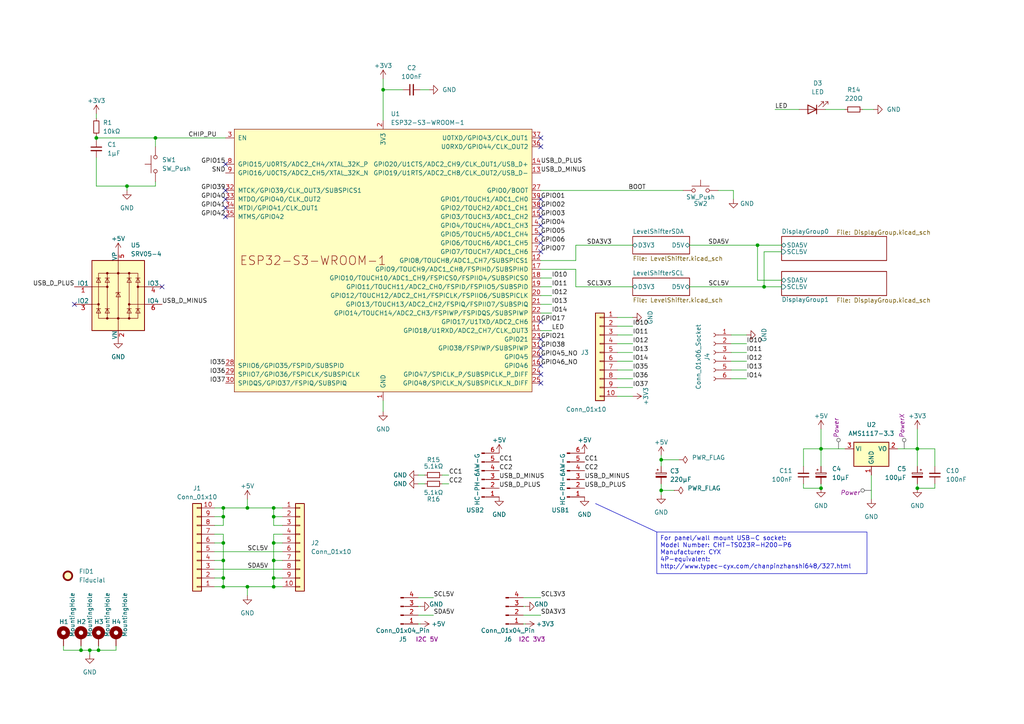
<source format=kicad_sch>
(kicad_sch (version 20230121) (generator eeschema)
  (paper "A4")
  (lib_symbols
    (symbol "74xGxx:74LVC2G14"
      (property "Reference" "U" (at 0 7.62 0))
      (property "Value" "74LVC2G14" (at 2.54 -7.62 0))
      (symbol "74LVC2G14_1_1"
        (pin input line (at -15.24 0 0) (length 7.62) (name "~") (number "1"))
        (pin output inverted (at 12.7 0 180) (length 7.62) (name "~") (number "6"))
      )
      (symbol "74LVC2G14_2_1"
        (pin input line (at -15.24 0 0) (length 7.62) (name "~") (number "3"))
        (pin output inverted (at 12.7 0 180) (length 7.62) (name "~") (number "4"))
      )
      (symbol "74LVC2G14_3_1"
        (pin power_in line (at 0 -10.16 90) (length 5.08) (name "GND") (number "2"))
        (pin power_in line (at 0 10.16 270) (length 5.08) (name "VCC") (number "5"))
      )
    )
    (symbol "Connector:Conn_01x04_Pin" (pin_names (offset 1.016) hide)
      (property "Reference" "J" (at 0 5.08 0))
      (property "Value" "Conn_01x04_Pin" (at 0 -7.62 0))
      (symbol "Conn_01x04_Pin_1_1"
        (pin passive line (at 5.08 2.54 180) (length 3.81) (name "Pin_1") (number "1"))
        (pin passive line (at 5.08 0 180) (length 3.81) (name "Pin_2") (number "2"))
        (pin passive line (at 5.08 -2.54 180) (length 3.81) (name "Pin_3") (number "3"))
        (pin passive line (at 5.08 -5.08 180) (length 3.81) (name "Pin_4") (number "4"))
      )
    )
    (symbol "Connector:Conn_01x06_Pin" (pin_names (offset 1.016) hide)
      (property "Reference" "J" (at 0 7.62 0))
      (property "Value" "Conn_01x06_Pin" (at 0 -10.16 0))
      (symbol "Conn_01x06_Pin_1_1"
        (pin passive line (at 5.08 5.08 180) (length 3.81) (name "Pin_1") (number "1"))
        (pin passive line (at 5.08 2.54 180) (length 3.81) (name "Pin_2") (number "2"))
        (pin passive line (at 5.08 0 180) (length 3.81) (name "Pin_3") (number "3"))
        (pin passive line (at 5.08 -2.54 180) (length 3.81) (name "Pin_4") (number "4"))
        (pin passive line (at 5.08 -5.08 180) (length 3.81) (name "Pin_5") (number "5"))
        (pin passive line (at 5.08 -7.62 180) (length 3.81) (name "Pin_6") (number "6"))
      )
    )
    (symbol "Connector:Conn_01x06_Socket" (pin_names (offset 1.016) hide)
      (property "Reference" "J" (at 0 7.62 0))
      (property "Value" "Conn_01x06_Socket" (at 0 -10.16 0))
      (symbol "Conn_01x06_Socket_1_1"
        (pin passive line (at -5.08 5.08 0) (length 3.81) (name "Pin_1") (number "1"))
        (pin passive line (at -5.08 2.54 0) (length 3.81) (name "Pin_2") (number "2"))
        (pin passive line (at -5.08 0 0) (length 3.81) (name "Pin_3") (number "3"))
        (pin passive line (at -5.08 -2.54 0) (length 3.81) (name "Pin_4") (number "4"))
        (pin passive line (at -5.08 -5.08 0) (length 3.81) (name "Pin_5") (number "5"))
        (pin passive line (at -5.08 -7.62 0) (length 3.81) (name "Pin_6") (number "6"))
      )
    )
    (symbol "Connector_Generic:Conn_01x10" (pin_names (offset 1.016) hide)
      (property "Reference" "J" (at 0 12.7 0))
      (property "Value" "Conn_01x10" (at 0 -15.24 0))
      (symbol "Conn_01x10_1_1"
        (pin passive line (at -5.08 10.16 0) (length 3.81) (name "Pin_1") (number "1"))
        (pin passive line (at -5.08 -12.7 0) (length 3.81) (name "Pin_10") (number "10"))
        (pin passive line (at -5.08 7.62 0) (length 3.81) (name "Pin_2") (number "2"))
        (pin passive line (at -5.08 5.08 0) (length 3.81) (name "Pin_3") (number "3"))
        (pin passive line (at -5.08 2.54 0) (length 3.81) (name "Pin_4") (number "4"))
        (pin passive line (at -5.08 0 0) (length 3.81) (name "Pin_5") (number "5"))
        (pin passive line (at -5.08 -2.54 0) (length 3.81) (name "Pin_6") (number "6"))
        (pin passive line (at -5.08 -5.08 0) (length 3.81) (name "Pin_7") (number "7"))
        (pin passive line (at -5.08 -7.62 0) (length 3.81) (name "Pin_8") (number "8"))
        (pin passive line (at -5.08 -10.16 0) (length 3.81) (name "Pin_9") (number "9"))
      )
    )
    (symbol "Device:Buzzer" (pin_names (offset 0.0254) hide)
      (property "Reference" "BZ" (at 3.81 1.27 0))
      (property "Value" "Buzzer" (at 3.81 -1.27 0))
      (symbol "Buzzer_1_1"
        (pin passive line (at -2.54 2.54 0) (length 2.54) (name "-") (number "1"))
        (pin passive line (at -2.54 -2.54 0) (length 2.54) (name "+") (number "2"))
      )
    )
    (symbol "Device:C_Polarized_Small" (pin_numbers hide) (pin_names (offset 0.254) hide)
      (property "Reference" "C" (at 0.254 1.778 0))
      (property "Value" "C_Polarized_Small" (at 0.254 -2.032 0))
      (symbol "C_Polarized_Small_1_1"
        (pin passive line (at 0 2.54 270) (length 1.8542) (name "~") (number "1"))
        (pin passive line (at 0 -2.54 90) (length 1.8542) (name "~") (number "2"))
      )
    )
    (symbol "Device:C_Small" (pin_numbers hide) (pin_names (offset 0.254) hide)
      (property "Reference" "C" (at 0.254 1.778 0))
      (property "Value" "C_Small" (at 0.254 -2.032 0))
      (symbol "C_Small_1_1"
        (pin passive line (at 0 2.54 270) (length 2.032) (name "~") (number "1"))
        (pin passive line (at 0 -2.54 90) (length 2.032) (name "~") (number "2"))
      )
    )
    (symbol "Device:LED" (pin_numbers hide) (pin_names (offset 1.016) hide)
      (property "Reference" "D" (at 0 2.54 0))
      (property "Value" "LED" (at 0 -2.54 0))
      (symbol "LED_1_1"
        (pin passive line (at -3.81 0 0) (length 2.54) (name "K") (number "1"))
        (pin passive line (at 3.81 0 180) (length 2.54) (name "A") (number "2"))
      )
    )
    (symbol "Device:R_Small" (pin_numbers hide) (pin_names (offset 0.254) hide)
      (property "Reference" "R" (at 0.762 0.508 0))
      (property "Value" "R_Small" (at 0.762 -1.016 0))
      (symbol "R_Small_1_1"
        (pin passive line (at 0 2.54 270) (length 0.762) (name "~") (number "1"))
        (pin passive line (at 0 -2.54 90) (length 0.762) (name "~") (number "2"))
      )
    )
    (symbol "Mechanical:Fiducial"
      (property "Reference" "FID" (at 0 5.08 0))
      (property "Value" "Fiducial" (at 0 3.175 0))
    )
    (symbol "Mechanical:MountingHole_Pad" (pin_numbers hide) (pin_names (offset 1.016) hide)
      (property "Reference" "H" (at 0 6.35 0))
      (property "Value" "MountingHole_Pad" (at 0 4.445 0))
      (symbol "MountingHole_Pad_1_1"
        (pin input line (at 0 -2.54 90) (length 2.54) (name "1") (number "1"))
      )
    )
    (symbol "PCM_Espressif:ESP32-S3-WROOM-1" (pin_names (offset 1.016))
      (property "Reference" "U" (at -43.18 43.18 0))
      (property "Value" "ESP32-S3-WROOM-1" (at -43.18 40.64 0))
      (symbol "ESP32-S3-WROOM-1_0_0"
        (text "ESP32-S3-WROOM-1" (at -20.32 0 0) (effects (font (size 2.54 2.54))))
        (pin power_in line (at 0 -40.64 90) (length 2.54) (name "GND") (number "1"))
        (pin bidirectional line (at 45.72 -17.78 180) (length 2.54) (name "GPIO17/U1TXD/ADC2_CH6") (number "10"))
        (pin bidirectional line (at 45.72 -20.32 180) (length 2.54) (name "GPIO18/U1RXD/ADC2_CH7/CLK_OUT3") (number "11"))
        (pin bidirectional line (at 45.72 0 180) (length 2.54) (name "GPIO8/TOUCH8/ADC1_CH7/SUBSPICS1") (number "12"))
        (pin bidirectional line (at 45.72 25.4 180) (length 2.54) (name "GPIO19/U1RTS/ADC2_CH8/CLK_OUT2/USB_D-") (number "13"))
        (pin bidirectional line (at 45.72 27.94 180) (length 2.54) (name "GPIO20/U1CTS/ADC2_CH9/CLK_OUT1/USB_D+") (number "14"))
        (pin bidirectional line (at 45.72 12.7 180) (length 2.54) (name "GPIO3/TOUCH3/ADC1_CH2") (number "15"))
        (pin bidirectional line (at 45.72 -30.48 180) (length 2.54) (name "GPIO46") (number "16"))
        (pin bidirectional line (at 45.72 -2.54 180) (length 2.54) (name "GPIO9/TOUCH9/ADC1_CH8/FSPIHD/SUBSPIHD") (number "17"))
        (pin bidirectional line (at 45.72 -5.08 180) (length 2.54) (name "GPIO10/TOUCH10/ADC1_CH9/FSPICS0/FSPIIO4/SUBSPICS0") (number "18"))
        (pin bidirectional line (at 45.72 -7.62 180) (length 2.54) (name "GPIO11/TOUCH11/ADC2_CH0/FSPID/FSPIIO5/SUBSPID") (number "19"))
        (pin power_in line (at 0 40.64 270) (length 2.54) (name "3V3") (number "2"))
        (pin bidirectional line (at 45.72 -10.16 180) (length 2.54) (name "GPIO12/TOUCH12/ADC2_CH1/FSPICLK/FSPIIO6/SUBSPICLK") (number "20"))
        (pin bidirectional line (at 45.72 -12.7 180) (length 2.54) (name "GPIO13/TOUCH13/ADC2_CH2/FSPIQ/FSPIIO7/SUBSPIQ") (number "21"))
        (pin bidirectional line (at 45.72 -15.24 180) (length 2.54) (name "GPIO14/TOUCH14/ADC2_CH3/FSPIWP/FSPIDQS/SUBSPIWP") (number "22"))
        (pin bidirectional line (at 45.72 -22.86 180) (length 2.54) (name "GPIO21") (number "23"))
        (pin bidirectional line (at 45.72 -33.02 180) (length 2.54) (name "GPIO47/SPICLK_P/SUBSPICLK_P_DIFF") (number "24"))
        (pin bidirectional line (at 45.72 -35.56 180) (length 2.54) (name "GPIO48/SPICLK_N/SUBSPICLK_N_DIFF") (number "25"))
        (pin bidirectional line (at 45.72 -27.94 180) (length 2.54) (name "GPIO45") (number "26"))
        (pin bidirectional line (at 45.72 20.32 180) (length 2.54) (name "GPIO0/BOOT") (number "27"))
        (pin bidirectional line (at -45.72 -30.48 0) (length 2.54) (name "SPIIO6/GPIO35/FSPID/SUBSPID") (number "28"))
        (pin bidirectional line (at -45.72 -33.02 0) (length 2.54) (name "SPIIO7/GPIO36/FSPICLK/SUBSPICLK") (number "29"))
        (pin input line (at -45.72 35.56 0) (length 2.54) (name "EN") (number "3"))
        (pin bidirectional line (at -45.72 -35.56 0) (length 2.54) (name "SPIDQS/GPIO37/FSPIQ/SUBSPIQ") (number "30"))
        (pin bidirectional line (at 45.72 -25.4 180) (length 2.54) (name "GPIO38/FSPIWP/SUBSPIWP") (number "31"))
        (pin bidirectional line (at -45.72 20.32 0) (length 2.54) (name "MTCK/GPIO39/CLK_OUT3/SUBSPICS1") (number "32"))
        (pin bidirectional line (at -45.72 17.78 0) (length 2.54) (name "MTDO/GPIO40/CLK_OUT2") (number "33"))
        (pin bidirectional line (at -45.72 15.24 0) (length 2.54) (name "MTDI/GPIO41/CLK_OUT1") (number "34"))
        (pin bidirectional line (at -45.72 12.7 0) (length 2.54) (name "MTMS/GPIO42") (number "35"))
        (pin bidirectional line (at 45.72 33.02 180) (length 2.54) (name "U0RXD/GPIO44/CLK_OUT2") (number "36"))
        (pin bidirectional line (at 45.72 35.56 180) (length 2.54) (name "U0TXD/GPIO43/CLK_OUT1") (number "37"))
        (pin bidirectional line (at 45.72 15.24 180) (length 2.54) (name "GPIO2/TOUCH2/ADC1_CH1") (number "38"))
        (pin bidirectional line (at 45.72 17.78 180) (length 2.54) (name "GPIO1/TOUCH1/ADC1_CH0") (number "39"))
        (pin bidirectional line (at 45.72 10.16 180) (length 2.54) (name "GPIO4/TOUCH4/ADC1_CH3") (number "4"))
        (pin passive line (at 0 -40.64 90) (length 2.54) hide (name "GND") (number "40"))
        (pin passive line (at 0 -40.64 90) (length 2.54) hide (name "GND") (number "41"))
        (pin bidirectional line (at 45.72 7.62 180) (length 2.54) (name "GPIO5/TOUCH5/ADC1_CH4") (number "5"))
        (pin bidirectional line (at 45.72 5.08 180) (length 2.54) (name "GPIO6/TOUCH6/ADC1_CH5") (number "6"))
        (pin bidirectional line (at 45.72 2.54 180) (length 2.54) (name "GPIO7/TOUCH7/ADC1_CH6") (number "7"))
        (pin bidirectional line (at -45.72 27.94 0) (length 2.54) (name "GPIO15/U0RTS/ADC2_CH4/XTAL_32K_P") (number "8"))
        (pin bidirectional line (at -45.72 25.4 0) (length 2.54) (name "GPIO16/U0CTS/ADC2_CH5/XTAL_32K_N") (number "9"))
      )
    )
    (symbol "Power_Protection:SRV05-4" (pin_names (offset 0))
      (property "Reference" "U" (at -5.08 11.43 0))
      (property "Value" "SRV05-4" (at 2.54 11.43 0))
      (symbol "SRV05-4_1_1"
        (pin passive line (at -12.7 2.54 0) (length 5.08) (name "IO1") (number "1"))
        (pin passive line (at 0 -12.7 90) (length 2.54) (name "VN") (number "2"))
        (pin passive line (at -12.7 -2.54 0) (length 5.08) (name "IO2") (number "3"))
        (pin passive line (at 12.7 2.54 180) (length 5.08) (name "IO3") (number "4"))
        (pin passive line (at 0 12.7 270) (length 2.54) (name "VP") (number "5"))
        (pin passive line (at 12.7 -2.54 180) (length 5.08) (name "IO4") (number "6"))
      )
    )
    (symbol "Regulator_Linear:AMS1117-3.3"
      (property "Reference" "U" (at -3.81 3.175 0))
      (property "Value" "AMS1117-3.3" (at 0 3.175 0))
      (symbol "AMS1117-3.3_1_1"
        (pin power_in line (at 0 -7.62 90) (length 2.54) (name "GND") (number "1"))
        (pin power_out line (at 7.62 0 180) (length 2.54) (name "VO") (number "2"))
        (pin power_in line (at -7.62 0 0) (length 2.54) (name "VI") (number "3"))
      )
    )
    (symbol "Switch:SW_Push" (pin_numbers hide) (pin_names (offset 1.016) hide)
      (property "Reference" "SW" (at 1.27 2.54 0))
      (property "Value" "SW_Push" (at 0 -1.524 0))
      (symbol "SW_Push_0_1"
        (pin passive line (at -5.08 0 0) (length 2.54) (name "1") (number "1"))
        (pin passive line (at 5.08 0 180) (length 2.54) (name "2") (number "2"))
      )
    )
    (symbol "power:+3V3" (power) (pin_names (offset 0))
      (property "Value" "+3V3" (at 0 3.556 0))
      (symbol "+3V3_1_1"
        (pin power_in line (at 0 0 90) (length 0) hide (name "+3V3") (number "1"))
      )
    )
    (symbol "power:+5V" (power) (pin_names (offset 0))
      (property "Value" "+5V" (at 0 3.556 0))
      (symbol "+5V_1_1"
        (pin power_in line (at 0 0 90) (length 0) hide (name "+5V") (number "1"))
      )
    )
    (symbol "power:GND" (power) (pin_names (offset 0))
      (property "Value" "GND" (at 0 -3.81 0))
      (symbol "GND_1_1"
        (pin power_in line (at 0 0 270) (length 0) hide (name "GND") (number "1"))
      )
    )
    (symbol "power:PWR_FLAG" (power) (pin_numbers hide) (pin_names (offset 0) hide)
      (property "Value" "PWR_FLAG" (at 0 3.81 0))
      (symbol "PWR_FLAG_0_0"
        (pin power_out line (at 0 0 90) (length 0) (name "pwr") (number "1"))
      )
    )
  )
  (junction (at 238.125 141.605))
  (junction (at 191.77 142.24))
  (junction (at 64.77 167.64))
  (junction (at 79.375 162.56))
  (junction (at 64.77 147.32))
  (junction (at 64.77 170.18))
  (junction (at 71.755 170.18))
  (junction (at 23.495 188.595))
  (junction (at 221.615 83.185))
  (junction (at 71.755 147.32))
  (junction (at 79.375 157.48))
  (junction (at 45.085 40.005))
  (junction (at 276.86 -33.02))
  (junction (at 79.375 149.86))
  (junction (at 79.375 147.32))
  (junction (at 247.015 -29.845))
  (junction (at 26.035 188.595))
  (junction (at 238.125 130.175))
  (junction (at 208.915 -29.845))
  (junction (at 219.71 71.12))
  (junction (at 191.77 133.35))
  (junction (at 79.375 167.64))
  (junction (at 111.125 26.035))
  (junction (at 247.015 -20.955))
  (junction (at 266.065 130.175))
  (junction (at 28.575 188.595))
  (junction (at 175.26 -29.845))
  (junction (at 64.77 157.48))
  (junction (at 64.77 149.86))
  (junction (at 27.94 40.005))
  (junction (at 79.375 170.18))
  (junction (at 266.065 141.605))
  (junction (at 36.83 53.975))
  (junction (at 64.77 162.56))
  (no_connect (at 21.59 88.265))
  (no_connect (at 156.845 60.325))
  (no_connect (at 156.845 103.505))
  (no_connect (at 156.845 108.585))
  (no_connect (at 156.845 100.965))
  (no_connect (at 156.845 65.405))
  (no_connect (at 156.845 93.345))
  (no_connect (at 46.99 83.185))
  (no_connect (at 65.405 47.625))
  (no_connect (at 156.845 70.485))
  (no_connect (at 156.845 42.545))
  (no_connect (at 65.405 60.325))
  (no_connect (at 156.845 111.125))
  (no_connect (at 156.845 62.865))
  (no_connect (at 156.845 40.005))
  (no_connect (at 156.845 98.425))
  (no_connect (at 156.845 57.785))
  (no_connect (at 65.405 62.865))
  (no_connect (at 65.405 57.785))
  (no_connect (at 156.845 73.025))
  (no_connect (at 156.845 67.945))
  (no_connect (at 65.405 55.245))
  (no_connect (at 156.845 106.045))
  (wire (pts (xy 226.695 73.025) (xy 221.615 73.025)))
  (wire (pts (xy 62.23 170.18) (xy 64.77 170.18)))
  (wire (pts (xy 195.58 142.24) (xy 191.77 142.24)))
  (wire (pts (xy 208.28 55.245) (xy 212.725 55.245)))
  (wire (pts (xy 266.065 130.175) (xy 271.145 130.175)))
  (wire (pts (xy 238.125 130.175) (xy 238.125 135.255)))
  (wire (pts (xy 111.125 26.035) (xy 116.84 26.035)))
  (wire (pts (xy 266.065 124.46) (xy 266.065 130.175)))
  (wire (pts (xy 266.065 141.605) (xy 271.145 141.605)))
  (wire (pts (xy 253.365 31.75) (xy 250.19 31.75)))
  (wire (pts (xy 271.145 140.335) (xy 271.145 141.605)))
  (wire (pts (xy 179.07 92.075) (xy 183.515 92.075)))
  (wire (pts (xy 276.86 -34.29) (xy 276.86 -33.02)))
  (wire (pts (xy 27.94 45.72) (xy 27.94 53.975)))
  (wire (pts (xy 36.83 53.975) (xy 45.085 53.975)))
  (wire (pts (xy 255.27 -29.845) (xy 247.015 -29.845)))
  (wire (pts (xy 183.515 109.855) (xy 179.07 109.855)))
  (wire (pts (xy 79.375 149.86) (xy 79.375 152.4)))
  (wire (pts (xy 79.375 167.64) (xy 79.375 170.18)))
  (wire (pts (xy 160.02 90.805) (xy 156.845 90.805)))
  (wire (pts (xy 271.145 130.175) (xy 271.145 135.255)))
  (wire (pts (xy 121.92 180.975) (xy 121.285 180.975)))
  (wire (pts (xy 276.86 -33.02) (xy 276.86 -31.75)))
  (wire (pts (xy 71.755 170.18) (xy 79.375 170.18)))
  (wire (pts (xy 240.03 -29.845) (xy 247.015 -29.845)))
  (wire (pts (xy 130.175 137.795) (xy 128.27 137.795)))
  (wire (pts (xy 175.26 -12.065) (xy 175.26 -8.89)))
  (wire (pts (xy 212.09 104.775) (xy 216.535 104.775)))
  (wire (pts (xy 183.515 107.315) (xy 179.07 107.315)))
  (wire (pts (xy 27.94 40.005) (xy 45.085 40.005)))
  (wire (pts (xy 212.09 97.155) (xy 216.535 97.155)))
  (wire (pts (xy 179.07 94.615) (xy 183.515 94.615)))
  (wire (pts (xy 167.005 71.12) (xy 183.515 71.12)))
  (wire (pts (xy 179.07 99.695) (xy 183.515 99.695)))
  (wire (pts (xy 79.375 154.94) (xy 81.915 154.94)))
  (wire (pts (xy 18.415 188.595) (xy 23.495 188.595)))
  (wire (pts (xy 124.46 26.035) (xy 121.92 26.035)))
  (wire (pts (xy 64.77 149.86) (xy 64.77 152.4)))
  (wire (pts (xy 62.23 147.32) (xy 64.77 147.32)))
  (wire (pts (xy 179.07 97.155) (xy 183.515 97.155)))
  (wire (pts (xy 191.77 132.08) (xy 191.77 133.35)))
  (wire (pts (xy 238.125 141.605) (xy 238.125 140.335)))
  (wire (pts (xy 79.375 149.86) (xy 81.915 149.86)))
  (wire (pts (xy 172.72 -29.845) (xy 175.26 -29.845)))
  (wire (pts (xy 26.035 188.595) (xy 28.575 188.595)))
  (wire (pts (xy 79.375 157.48) (xy 79.375 162.56)))
  (wire (pts (xy 121.285 178.435) (xy 125.73 178.435)))
  (wire (pts (xy 79.375 162.56) (xy 81.915 162.56)))
  (wire (pts (xy 79.375 157.48) (xy 81.915 157.48)))
  (wire (pts (xy 45.085 52.705) (xy 45.085 53.975)))
  (wire (pts (xy 191.77 140.335) (xy 191.77 142.24)))
  (wire (pts (xy 183.515 112.395) (xy 179.07 112.395)))
  (wire (pts (xy 200.025 71.12) (xy 219.71 71.12)))
  (wire (pts (xy 217.17 -20.955) (xy 208.915 -20.955)))
  (wire (pts (xy 221.615 83.185) (xy 226.695 83.185)))
  (wire (pts (xy 64.77 147.32) (xy 64.77 149.86)))
  (wire (pts (xy 27.94 40.005) (xy 27.94 40.64)))
  (wire (pts (xy 28.575 188.595) (xy 28.575 187.325)))
  (wire (pts (xy 231.775 31.75) (xy 224.79 31.75)))
  (wire (pts (xy 45.085 40.005) (xy 65.405 40.005)))
  (wire (pts (xy 33.655 188.595) (xy 33.655 187.325)))
  (wire (pts (xy 152.4 180.975) (xy 151.765 180.975)))
  (wire (pts (xy 212.09 102.235) (xy 216.535 102.235)))
  (wire (pts (xy 71.755 144.78) (xy 71.755 147.32)))
  (wire (pts (xy 64.77 167.64) (xy 62.23 167.64)))
  (wire (pts (xy 200.025 83.185) (xy 221.615 83.185)))
  (wire (pts (xy 160.02 88.265) (xy 156.845 88.265)))
  (wire (pts (xy 156.845 55.245) (xy 198.12 55.245)))
  (wire (pts (xy 79.375 162.56) (xy 79.375 167.64)))
  (wire (pts (xy 121.92 175.895) (xy 121.285 175.895)))
  (wire (pts (xy 156.845 80.645) (xy 160.02 80.645)))
  (wire (pts (xy 183.515 114.935) (xy 179.07 114.935)))
  (wire (pts (xy 260.35 130.175) (xy 266.065 130.175)))
  (wire (pts (xy 111.125 22.86) (xy 111.125 26.035)))
  (wire (pts (xy 233.045 141.605) (xy 238.125 141.605)))
  (wire (pts (xy 167.005 78.105) (xy 167.005 83.185)))
  (wire (pts (xy 64.77 154.94) (xy 62.23 154.94)))
  (wire (pts (xy 252.73 137.795) (xy 252.73 144.78)))
  (wire (pts (xy 179.07 104.775) (xy 183.515 104.775)))
  (wire (pts (xy 111.125 26.035) (xy 111.125 34.925)))
  (wire (pts (xy 27.94 33.02) (xy 27.94 34.29)))
  (wire (pts (xy 64.77 170.18) (xy 71.755 170.18)))
  (wire (pts (xy 238.125 124.46) (xy 238.125 130.175)))
  (wire (pts (xy 266.065 141.605) (xy 266.065 140.335)))
  (wire (pts (xy 238.125 130.175) (xy 245.11 130.175)))
  (wire (pts (xy 62.23 162.56) (xy 64.77 162.56)))
  (wire (pts (xy 23.495 188.595) (xy 26.035 188.595)))
  (wire (pts (xy 151.765 178.435) (xy 156.845 178.435)))
  (wire (pts (xy 45.085 40.005) (xy 45.085 42.545)))
  (wire (pts (xy 167.005 75.565) (xy 167.005 71.12)))
  (wire (pts (xy 255.27 -29.845) (xy 255.27 -27.94)))
  (wire (pts (xy 276.86 -33.02) (xy 278.13 -33.02)))
  (wire (pts (xy 208.915 -29.845) (xy 234.95 -29.845)))
  (wire (pts (xy 62.23 160.02) (xy 81.915 160.02)))
  (wire (pts (xy 121.285 173.355) (xy 125.73 173.355)))
  (wire (pts (xy 64.77 170.18) (xy 64.77 167.64)))
  (wire (pts (xy 256.54 -22.86) (xy 255.27 -22.86)))
  (wire (pts (xy 191.77 142.24) (xy 191.77 143.51)))
  (wire (pts (xy 212.09 99.695) (xy 216.535 99.695)))
  (wire (pts (xy 79.375 147.32) (xy 79.375 149.86)))
  (wire (pts (xy 28.575 188.595) (xy 33.655 188.595)))
  (wire (pts (xy 284.48 -33.02) (xy 283.21 -33.02)))
  (wire (pts (xy 255.27 -20.955) (xy 247.015 -20.955)))
  (wire (pts (xy 26.035 189.865) (xy 26.035 188.595)))
  (wire (pts (xy 175.26 -29.845) (xy 175.26 -17.145)))
  (wire (pts (xy 212.725 55.245) (xy 212.725 57.785)))
  (wire (pts (xy 208.915 -29.845) (xy 208.915 -20.955)))
  (wire (pts (xy 245.11 31.75) (xy 239.395 31.75)))
  (wire (pts (xy 212.09 107.315) (xy 216.535 107.315)))
  (wire (pts (xy 79.375 154.94) (xy 79.375 157.48)))
  (wire (pts (xy 160.02 85.725) (xy 156.845 85.725)))
  (wire (pts (xy 179.07 102.235) (xy 183.515 102.235)))
  (wire (pts (xy 175.26 -29.845) (xy 178.435 -29.845)))
  (wire (pts (xy 81.915 167.64) (xy 79.375 167.64)))
  (wire (pts (xy 18.415 188.595) (xy 18.415 187.325)))
  (wire (pts (xy 160.02 95.885) (xy 156.845 95.885)))
  (wire (pts (xy 23.495 188.595) (xy 23.495 187.325)))
  (wire (pts (xy 121.285 140.335) (xy 123.19 140.335)))
  (wire (pts (xy 64.77 147.32) (xy 71.755 147.32)))
  (wire (pts (xy 79.375 170.18) (xy 81.915 170.18)))
  (wire (pts (xy 191.77 133.35) (xy 191.77 135.255)))
  (wire (pts (xy 71.755 147.32) (xy 79.375 147.32)))
  (wire (pts (xy 152.4 175.895) (xy 151.765 175.895)))
  (wire (pts (xy 255.27 -27.94) (xy 256.54 -27.94)))
  (wire (pts (xy 219.71 81.28) (xy 226.695 81.28)))
  (wire (pts (xy 206.375 -29.845) (xy 208.915 -29.845)))
  (wire (pts (xy 156.845 75.565) (xy 167.005 75.565)))
  (wire (pts (xy 233.045 130.175) (xy 233.045 135.255)))
  (wire (pts (xy 247.015 -27.94) (xy 247.015 -29.845)))
  (wire (pts (xy 62.23 165.1) (xy 81.915 165.1)))
  (wire (pts (xy 167.005 83.185) (xy 183.515 83.185)))
  (wire (pts (xy 196.85 133.35) (xy 191.77 133.35)))
  (wire (pts (xy 245.11 -20.955) (xy 247.015 -20.955)))
  (wire (pts (xy 27.94 39.37) (xy 27.94 40.005)))
  (wire (pts (xy 64.77 157.48) (xy 64.77 162.56)))
  (wire (pts (xy 212.09 109.855) (xy 216.535 109.855)))
  (wire (pts (xy 130.175 140.335) (xy 128.27 140.335)))
  (wire (pts (xy 238.125 130.175) (xy 233.045 130.175)))
  (wire (pts (xy 64.77 149.86) (xy 62.23 149.86)))
  (wire (pts (xy 64.77 154.94) (xy 64.77 157.48)))
  (wire (pts (xy 71.755 172.72) (xy 71.755 170.18)))
  (wire (pts (xy 266.065 130.175) (xy 266.065 135.255)))
  (wire (pts (xy 219.71 71.12) (xy 219.71 81.28)))
  (polyline (pts (xy 190.5 154.305) (xy 172.72 146.05)))
  (wire (pts (xy 219.71 71.12) (xy 226.695 71.12)))
  (wire (pts (xy 81.915 152.4) (xy 79.375 152.4)))
  (wire (pts (xy 111.125 119.38) (xy 111.125 116.205)))
  (wire (pts (xy 233.045 140.335) (xy 233.045 141.605)))
  (wire (pts (xy 62.23 157.48) (xy 64.77 157.48)))
  (wire (pts (xy 160.02 83.185) (xy 156.845 83.185)))
  (wire (pts (xy 27.94 53.975) (xy 36.83 53.975)))
  (wire (pts (xy 221.615 73.025) (xy 221.615 83.185)))
  (wire (pts (xy 36.83 53.975) (xy 36.83 55.245)))
  (wire (pts (xy 121.285 137.795) (xy 123.19 137.795)))
  (wire (pts (xy 151.765 173.355) (xy 156.845 173.355)))
  (wire (pts (xy 62.23 152.4) (xy 64.77 152.4)))
  (wire (pts (xy 156.845 78.105) (xy 167.005 78.105)))
  (wire (pts (xy 81.915 147.32) (xy 79.375 147.32)))
  (wire (pts (xy 247.015 -22.86) (xy 247.015 -20.955)))
  (wire (pts (xy 64.77 162.56) (xy 64.77 167.64)))
  (wire (pts (xy 255.27 -22.86) (xy 255.27 -20.955)))
  (text_box "For panel/wall mount USB-C socket:\nModel Number: CHT-TS023R-H200-P6\nManufacturer: CYX\n4P-equivalent: http://www.typec-cyx.com/chanpinzhanshi648/327.html" (at 190.5 154.305 0) (size 60.96 12.065) (effects (font (size 1.27 1.27)) (justify left top)))
  (label "IO10" (at 216.535 99.695 0))
  (label "USB_D_PLUS" (at 169.545 141.605 0))
  (label "USB_D_PLUS" (at 144.78 141.605 0))
  (label "GPIO15" (at 65.405 47.625 180))
  (label "IO37" (at 183.515 112.395 0))
  (label "IO11" (at 160.02 83.185 0))
  (label "CC2" (at 169.545 136.525 0))
  (label "IO12" (at 216.535 104.775 0))
  (label "GPIO46_NO" (at 156.845 106.045 0))
  (label "GPIO38" (at 156.845 100.965 0))
  (label "SDA5V" (at 71.755 165.1 0))
  (label "IO14" (at 183.515 104.775 0))
  (label "SDA5V" (at 125.73 178.435 0))
  (label "GPIO42" (at 65.405 62.865 180))
  (label "IO13" (at 183.515 102.235 0))
  (label "GPIO41" (at 65.405 60.325 180))
  (label "GPIO04" (at 156.845 65.405 0))
  (label "GPIO05" (at 156.845 67.945 0))
  (label "CC2" (at 130.175 140.335 0))
  (label "USB_D_MINUS" (at 156.845 50.165 0))
  (label "BZ-" (at 252.095 -29.845 0))
  (label "GPIO03" (at 156.845 62.865 0))
  (label "CC2" (at 144.78 136.525 0))
  (label "IO13" (at 216.535 107.315 0))
  (label "USB_D_MINUS" (at 144.78 139.065 0))
  (label "SCL3V3" (at 170.18 83.185 0))
  (label "IO37" (at 65.405 111.125 180))
  (label "IO11" (at 183.515 97.155 0))
  (label "GPIO39" (at 65.405 55.245 180))
  (label "CHIP_PU" (at 54.61 40.005 0))
  (label "SDA5V" (at 211.455 71.12 180))
  (label "GPIO01" (at 156.845 57.785 0))
  (label "~{SND}" (at 213.36 -29.845 0))
  (label "IO36" (at 65.405 108.585 180))
  (label "CC1" (at 144.78 133.985 0))
  (label "IO35" (at 65.405 106.045 180))
  (label "SCL3V3" (at 156.845 173.355 0))
  (label "IO13" (at 160.02 88.265 0))
  (label "SCL5V" (at 211.455 83.185 180))
  (label "LED" (at 160.02 95.885 0))
  (label "SND" (at 65.405 50.165 180))
  (label "SND" (at 172.72 -29.845 180))
  (label "BZ+" (at 252.095 -20.955 0))
  (label "GPIO21" (at 156.845 98.425 0))
  (label "GPIO40" (at 65.405 57.785 180))
  (label "GPIO45_NO" (at 156.845 103.505 0))
  (label "USB_D_PLUS" (at 21.59 83.185 180))
  (label "IO12" (at 160.02 85.725 0))
  (label "IO35" (at 183.515 107.315 0))
  (label "IO10" (at 183.515 94.615 0))
  (label "SCL5V" (at 71.755 160.02 0))
  (label "IO14" (at 216.535 109.855 0))
  (label "USB_D_MINUS" (at 46.99 88.265 0))
  (label "SCL5V" (at 125.73 173.355 0))
  (label "CC1" (at 169.545 133.985 0))
  (label "IO10" (at 160.02 80.645 0))
  (label "IO11" (at 216.535 102.235 0))
  (label "IO14" (at 160.02 90.805 0))
  (label "GPIO17" (at 156.845 93.345 0))
  (label "GPIO06" (at 156.845 70.485 0))
  (label "CC1" (at 130.175 137.795 0))
  (label "USB_D_MINUS" (at 169.545 139.065 0))
  (label "IO12" (at 183.515 99.695 0))
  (label "GPIO07" (at 156.845 73.025 0))
  (label "LED" (at 224.79 31.75 0))
  (label "SDA3V3" (at 156.845 178.435 0))
  (label "BOOT" (at 182.245 55.245 0))
  (label "USB_D_PLUS" (at 156.845 47.625 0))
  (label "GPIO02" (at 156.845 60.325 0))
  (label "SDA3V3" (at 170.18 71.12 0))
  (label "IO36" (at 183.515 109.855 0))
  (netclass_flag "" (length 2.54) (shape round) (at 252.73 142.24 90) (property "Netclass" "Power" (at 249.555 142.875 0) (effects (font italic) (justify right))))
  (netclass_flag "" (length 2.54) (shape round) (at 243.205 130.175 0) (property "Netclass" "Power" (at 242.57 127 90) (effects (font italic) (justify left))))
  (netclass_flag "" (length 2.54) (shape round) (at 262.255 130.175 0) (property "Netclass" "PowerX" (at 261.62 127 90) (effects (font italic) (justify left))))
  (symbol (lib_id "power:+3V3") (at 183.515 114.935 270) (unit 1)
    (property "Reference" "#PWR034" (effects hide))
    (property "Value" "+3V3" (at 187.325 114.935 0))
  )
  (symbol (lib_id "Connector:Conn_01x04_Pin") (at 146.685 178.435 0) (mirror x) (unit 1)
    (property "Reference" "J6" (at 147.32 185.42 0))
    (property "Value" "Conn_01x04_Pin" (at 147.32 182.88 0))
    (property "Footprint" "Connector_PinHeader_2.54mm:PinHeader_1x04_P2.54mm_Vertical" (effects hide))
    (property "Fn" "I2C 3V3" (at 154.305 185.42 0))
  )
  (symbol (lib_id "Connector:Conn_01x06_Socket") (at 207.01 102.235 0) (mirror y) (unit 1)
    (property "Reference" "J4" (at 205.105 103.505 90))
    (property "Value" "Conn_01x06_Socket" (at 202.565 103.505 90))
    (property "Footprint" "Connector_PinHeader_2.54mm:PinHeader_1x06_P2.54mm_Vertical" (effects hide))
  )
  (symbol (lib_id "Connector:Conn_01x04_Pin") (at 116.205 178.435 0) (mirror x) (unit 1)
    (property "Reference" "J5" (at 116.84 185.42 0))
    (property "Value" "Conn_01x04_Pin" (at 116.84 182.88 0))
    (property "Footprint" "Connector_PinHeader_2.54mm:PinHeader_1x04_P2.54mm_Vertical" (effects hide))
    (property "Fn" "I2C 5V" (at 123.825 185.42 0))
  )
  (symbol (lib_id "power:+3V3") (at 27.94 33.02 0) (unit 1)
    (property "Reference" "#PWR01" (effects hide))
    (property "Value" "+3V3" (at 27.94 29.21 0))
  )
  (symbol (lib_id "Device:LED") (at 235.585 31.75 180) (unit 1)
    (property "Reference" "D3" (at 237.1725 24.13 0))
    (property "Value" "LED" (at 237.1725 26.67 0))
    (property "Footprint" "LED_SMD:LED_0805_2012Metric" (effects hide))
    (property "LCSC" "C130114" (effects hide))
  )
  (symbol (lib_id "Connector_Generic:Conn_01x10") (at 57.15 160.02 180) (unit 1)
    (property "Reference" "J1" (at 57.15 141.605 0))
    (property "Value" "Conn_01x10" (at 57.15 144.145 0))
    (property "Footprint" "ProjectLibrary:FPC_10" (effects hide))
    (property "Datasheet" "https://datasheet.lcsc.com/lcsc/2110291530_HDGC-0-5K-AS-10PWB_C2911753.pdf" (effects hide))
    (property "LCSC" "C2911753" (effects hide))
  )
  (symbol (lib_id "power:GND") (at 276.86 -11.43 0) (unit 1)
    (property "Reference" "#PWR035" (effects hide))
    (property "Value" "GND" (at 278.765 -10.16 0) (effects (justify left)))
  )
  (symbol (lib_id "power:PWR_FLAG") (at 195.58 142.24 270) (unit 1)
    (property "Reference" "#FLG02" (effects hide))
    (property "Value" "PWR_FLAG" (at 199.39 141.605 90) (effects (justify left)))
  )
  (symbol (lib_id "Connector_Generic:Conn_01x10") (at 86.995 157.48 0) (unit 1)
    (property "Reference" "J2" (at 90.17 157.48 0) (effects (justify left)))
    (property "Value" "Conn_01x10" (at 90.17 160.02 0) (effects (justify left)))
    (property "Footprint" "ProjectLibrary:FPC_10" (effects hide))
    (property "Datasheet" "https://datasheet.lcsc.com/lcsc/2110291530_HDGC-0-5K-AS-10PWB_C2911753.pdf" (effects hide))
    (property "LCSC" "C2911753" (effects hide))
  )
  (symbol (lib_id "power:GND") (at 144.78 144.145 0) (unit 1)
    (property "Reference" "#PWR041" (effects hide))
    (property "Value" "GND" (at 144.78 149.225 0))
  )
  (symbol (lib_id "power:GND") (at 121.285 137.795 270) (unit 1)
    (property "Reference" "#PWR045" (effects hide))
    (property "Value" "GND" (at 118.11 137.795 90) (effects (justify right)))
  )
  (symbol (lib_id "Device:C_Polarized_Small") (at 191.77 137.795 0) (unit 1)
    (property "Reference" "C3" (at 194.31 136.6139 0) (effects (justify left)))
    (property "Value" "220µF" (at 194.31 139.065 0) (effects (justify left)))
    (property "Footprint" "Capacitor_SMD:CP_Elec_6.3x7.7" (effects hide))
    (property "Datasheet" "https://datasheet.lcsc.com/lcsc/2304140030_VT-Vertical-Technology-VT1C221M-CRE77_C294521.pdf" (effects hide))
    (property "LCSC" "C294521" (effects hide))
  )
  (symbol (lib_id "Device:R_Small") (at 125.73 140.335 270) (unit 1)
    (property "Reference" "R16" (at 125.73 144.78 90))
    (property "Value" "5.1kΩ" (at 125.73 142.875 90))
    (property "Footprint" "Resistor_SMD:R_0805_2012Metric" (effects hide))
    (property "Datasheet" "https://datasheet.lcsc.com/lcsc/2206010030_UNI-ROYAL-Uniroyal-Elec-0805W8F5101T5E_C27834.pdf" (effects hide))
    (property "LCSC" "C27834" (effects hide))
  )
  (symbol (lib_id "power:+3V3") (at 152.4 180.975 270) (unit 1)
    (property "Reference" "#PWR029" (effects hide))
    (property "Value" "+3V3" (at 158.115 180.975 90))
  )
  (symbol (lib_id "Device:C_Small") (at 280.67 -33.02 90) (unit 1)
    (property "Reference" "C9" (at 283.21 -34.29 90))
    (property "Value" "1µF" (at 280.67 -30.48 90))
    (property "Footprint" "Capacitor_SMD:C_0805_2012Metric" (effects hide))
    (property "LCSC" "C24123" (effects hide))
  )
  (symbol (lib_id "Device:C_Polarized_Small") (at 238.125 137.795 0) (unit 1)
    (property "Reference" "C4" (at 241.3 135.9789 0) (effects (justify left)))
    (property "Value" "10µF" (at 241.3 138.5189 0) (effects (justify left)))
    (property "Footprint" "Capacitor_Tantalum_SMD:CP_EIA-3216-10_Kemet-I" (effects hide))
    (property "Datasheet" "https://datasheet.lcsc.com/lcsc/2312131227_Vishay-Intertech-TMCMA1C106KTRF_C4988312.pdf" (effects hide))
    (property "LCSC" "C4988312" (effects hide))
  )
  (symbol (lib_id "Device:R_Small") (at 247.65 31.75 90) (unit 1)
    (property "Reference" "R14" (at 247.65 26.035 90))
    (property "Value" "220Ω" (at 247.65 28.575 90))
    (property "Footprint" "Resistor_SMD:R_0805_2012Metric" (effects hide))
    (property "LCSC" "C869282" (effects hide))
  )
  (symbol (lib_id "Device:C_Small") (at 237.49 -29.845 90) (unit 1)
    (property "Reference" "C8" (at 240.03 -31.115 90))
    (property "Value" "1µF" (at 237.49 -27.305 90))
    (property "Footprint" "Capacitor_SMD:C_0805_2012Metric" (effects hide))
    (property "LCSC" "C24123" (effects hide))
  )
  (symbol (lib_id "Connector:Conn_01x06_Pin") (at 164.465 139.065 0) (mirror x) (unit 1)
    (property "Reference" "USB1" (at 162.56 147.955 0))
    (property "Value" "HC-PH-6AW-G" (at 163.195 139.065 90))
    (property "Footprint" "ProjectLibrary:PH 1x06 P2.0" (effects hide))
    (property "Datasheet" "https://datasheet.lcsc.com/lcsc/2307071616_HCTL-HC-PH-6AW-G_C5342446.pdf" (effects hide))
    (property "LCSC" "C5342446" (effects hide))
  )
  (symbol (lib_id "power:+5V") (at 144.78 131.445 0) (unit 1)
    (property "Reference" "#PWR042" (effects hide))
    (property "Value" "+5V" (at 144.78 127.635 0))
  )
  (symbol (lib_id "Switch:SW_Push") (at 203.2 55.245 0) (unit 1)
    (property "Reference" "SW2" (at 203.2 59.055 0))
    (property "Value" "SW_Push" (at 203.2 57.15 0))
    (property "Footprint" "ProjectLibrary:Switch-Order-Ali-2023-12-14" (effects hide))
  )
  (symbol (lib_id "Switch:SW_Push") (at 45.085 47.625 90) (unit 1)
    (property "Reference" "SW1" (at 46.99 46.355 90) (effects (justify right)))
    (property "Value" "SW_Push" (at 46.99 48.895 90) (effects (justify right)))
    (property "Footprint" "ProjectLibrary:Switch-Order-Ali-2023-12-14" (effects hide))
  )
  (symbol (lib_id "power:+3V3") (at 266.065 124.46 0) (unit 1)
    (property "Reference" "#PWR014" (effects hide))
    (property "Value" "+3V3" (at 266.065 120.65 0))
  )
  (symbol (lib_id "power:GND") (at 26.035 189.865 0) (unit 1)
    (property "Reference" "#PWR040" (effects hide))
    (property "Value" "GND" (at 26.035 194.945 0))
  )
  (symbol (lib_id "power:PWR_FLAG") (at 196.85 133.35 270) (unit 1)
    (property "Reference" "#FLG01" (effects hide))
    (property "Value" "PWR_FLAG" (at 200.66 132.715 90) (effects (justify left)))
  )
  (symbol (lib_id "power:+5V") (at 191.77 132.08 0) (unit 1)
    (property "Reference" "#PWR09" (effects hide))
    (property "Value" "+5V" (at 191.77 128.27 0))
  )
  (symbol (lib_id "power:+5V") (at 121.92 180.975 270) (unit 1)
    (property "Reference" "#PWR028" (effects hide))
    (property "Value" "+5V" (at 125.095 180.975 90) (effects (justify left)))
  )
  (symbol (lib_id "74xGxx:74LVC2G14") (at 232.41 -20.955 0) (unit 2)
    (property "Reference" "U6" (at 234.95 -25.4 0))
    (property "Value" "74LVC2G14" (at 234.315 -15.24 0))
    (property "Footprint" "Package_TO_SOT_SMD:SOT-363_SC-70-6" (effects hide))
    (property "Datasheet" "https://www.ti.com/lit/ds/symlink/sn74lvc2g14.pdf" (effects hide))
    (property "LCSC" "C80334" (effects hide))
  )
  (symbol (lib_id "Regulator_Linear:AMS1117-3.3") (at 252.73 130.175 0) (unit 1)
    (property "Reference" "U2" (at 252.73 123.19 0))
    (property "Value" "AMS1117-3.3" (at 252.73 125.73 0))
    (property "Footprint" "Package_TO_SOT_SMD:SOT-223-3_TabPin2" (effects hide))
    (property "Datasheet" "http://www.advanced-monolithic.com/pdf/ds1117.pdf" (effects hide))
    (property "LCSC" "C6186" (effects hide))
  )
  (symbol (lib_id "power:GND") (at 71.755 172.72 0) (unit 1)
    (property "Reference" "#PWR07" (effects hide))
    (property "Value" "GND" (at 71.755 177.8 0))
  )
  (symbol (lib_id "power:GND") (at 252.73 144.78 0) (unit 1)
    (property "Reference" "#PWR013" (effects hide))
    (property "Value" "GND" (at 252.73 149.86 0))
  )
  (symbol (lib_id "74xGxx:74LVC2G14") (at 193.675 -29.845 0) (unit 1)
    (property "Reference" "U6" (at 192.405 -41.275 0))
    (property "Value" "74LVC2G14" (at 192.405 -38.735 0))
    (property "Footprint" "Package_TO_SOT_SMD:SOT-363_SC-70-6" (effects hide))
    (property "Datasheet" "https://www.ti.com/lit/ds/symlink/sn74lvc2g14.pdf" (effects hide))
    (property "LCSC" "C80334" (effects hide))
  )
  (symbol (lib_id "power:GND") (at 111.125 119.38 0) (unit 1)
    (property "Reference" "#PWR04" (effects hide))
    (property "Value" "GND" (at 111.125 124.46 0))
  )
  (symbol (lib_id "Device:Buzzer") (at 259.08 -25.4 0) (mirror x) (unit 1)
    (property "Reference" "BZ1" (at 262.89 -24.13 0) (effects (justify left)))
    (property "Value" "Buzzer" (at 262.89 -26.67 0) (effects (justify left)))
    (property "Footprint" "ProjectLibrary:Buzzer-AC2208A" (effects hide))
  )
  (symbol (lib_id "Mechanical:Fiducial") (at 19.685 167.005 0) (unit 1)
    (property "Reference" "FID1" (at 22.86 165.735 0) (effects (justify left)))
    (property "Value" "Fiducial" (at 22.86 168.275 0) (effects (justify left)))
    (property "Footprint" "ProjectLibrary:QR-Code" (effects hide))
  )
  (symbol (lib_id "power:GND") (at 284.48 -33.02 90) (unit 1)
    (property "Reference" "#PWR038" (effects hide))
    (property "Value" "GND" (at 287.655 -33.02 90) (effects (justify right)))
  )
  (symbol (lib_id "power:GND") (at 36.83 55.245 0) (unit 1)
    (property "Reference" "#PWR02" (effects hide))
    (property "Value" "GND" (at 36.83 60.325 0))
  )
  (symbol (lib_id "power:+3V3") (at 111.125 22.86 0) (unit 1)
    (property "Reference" "#PWR03" (effects hide))
    (property "Value" "+3V3" (at 111.125 19.05 0))
  )
  (symbol (lib_id "power:+5V") (at 71.755 144.78 0) (unit 1)
    (property "Reference" "#PWR06" (effects hide))
    (property "Value" "+5V" (at 71.755 140.97 0))
  )
  (symbol (lib_id "power:+5V") (at 34.29 73.025 0) (unit 1)
    (property "Reference" "#PWR032" (effects hide))
    (property "Value" "+5V" (at 34.29 69.215 0))
  )
  (symbol (lib_id "Power_Protection:SRV05-4") (at 34.29 85.725 0) (unit 1)
    (property "Reference" "U5" (at 37.9161 71.12 0) (effects (justify left)))
    (property "Value" "SRV05-4" (at 37.9161 73.66 0) (effects (justify left)))
    (property "Footprint" "Package_TO_SOT_SMD:SOT-23-6" (effects hide))
    (property "Datasheet" "http://www.onsemi.com/pub/Collateral/SRV05-4-D.PDF" (effects hide))
    (property "LCSC" "C2836319" (effects hide))
  )
  (symbol (lib_id "power:GND") (at 34.29 98.425 0) (unit 1)
    (property "Reference" "#PWR033" (effects hide))
    (property "Value" "GND" (at 34.29 103.505 0))
  )
  (symbol (lib_id "power:GND") (at 191.77 143.51 0) (unit 1)
    (property "Reference" "#PWR010" (effects hide))
    (property "Value" "GND" (at 191.77 148.59 0))
  )
  (symbol (lib_id "Device:C_Small") (at 233.045 137.795 0) (mirror x) (unit 1)
    (property "Reference" "C11" (at 229.87 136.5186 0) (effects (justify right)))
    (property "Value" "100nF" (at 229.87 139.0586 0) (effects (justify right)))
    (property "Footprint" "Capacitor_SMD:C_0805_2012Metric" (effects hide))
    (property "Datasheet" "https://datasheet.lcsc.com/lcsc/2207221830_FH--Guangdong-Fenghua-Advanced-Tech-0805B104K250NT_C5120075.pdf" (effects hide))
    (property "LCSC" "C5120075" (effects hide))
  )
  (symbol (lib_id "PCM_Espressif:ESP32-S3-WROOM-1") (at 111.125 75.565 0) (unit 1)
    (property "Reference" "U1" (at 113.3191 33.02 0) (effects (justify left)))
    (property "Value" "ESP32-S3-WROOM-1" (at 113.3191 35.56 0) (effects (justify left)))
    (property "Footprint" "ProjectLibrary:ESP32-S3-WROOM-1U_THT-Pad" (effects hide))
    (property "Datasheet" "https://www.espressif.com/sites/default/files/documentation/esp32-s3-wroom-1_wroom-1u_datasheet_en.pdf" (effects hide))
  )
  (symbol (lib_id "Device:R_Small") (at 125.73 137.795 90) (unit 1)
    (property "Reference" "R15" (at 125.73 133.35 90))
    (property "Value" "5.1kΩ" (at 125.73 135.255 90))
    (property "Footprint" "Resistor_SMD:R_0805_2012Metric" (effects hide))
    (property "Datasheet" "https://datasheet.lcsc.com/lcsc/2206010030_UNI-ROYAL-Uniroyal-Elec-0805W8F5101T5E_C27834.pdf" (effects hide))
    (property "LCSC" "C27834" (effects hide))
  )
  (symbol (lib_id "power:GND") (at 152.4 175.895 90) (unit 1)
    (property "Reference" "#PWR027" (effects hide))
    (property "Value" "GND" (at 154.94 175.26 90) (effects (justify right)))
  )
  (symbol (lib_id "power:GND") (at 238.125 141.605 0) (unit 1)
    (property "Reference" "#PWR012" (effects hide))
    (property "Value" "GND" (at 238.125 146.685 0))
  )
  (symbol (lib_id "power:GND") (at 124.46 26.035 90) (unit 1)
    (property "Reference" "#PWR05" (effects hide))
    (property "Value" "GND" (at 128.27 26.035 90) (effects (justify right)))
  )
  (symbol (lib_id "power:GND") (at 253.365 31.75 90) (unit 1)
    (property "Reference" "#PWR039" (effects hide))
    (property "Value" "GND" (at 257.175 31.75 90) (effects (justify right)))
  )
  (symbol (lib_id "74xGxx:74LVC2G14") (at 276.86 -21.59 0) (unit 3)
    (property "Reference" "U6" (at 283.21 -22.86 0) (effects (justify left)))
    (property "Value" "74LVC2G14" (at 283.21 -20.32 0) (effects (justify left)))
    (property "Footprint" "Package_TO_SOT_SMD:SOT-363_SC-70-6" (effects hide))
    (property "Datasheet" "https://www.ti.com/lit/ds/symlink/sn74lvc2g14.pdf" (effects hide))
    (property "LCSC" "C80334" (effects hide))
  )
  (symbol (lib_id "power:GND") (at 121.285 140.335 270) (unit 1)
    (property "Reference" "#PWR046" (effects hide))
    (property "Value" "GND" (at 118.11 140.335 90) (effects (justify right)))
  )
  (symbol (lib_id "power:+5V") (at 238.125 124.46 0) (unit 1)
    (property "Reference" "#PWR011" (effects hide))
    (property "Value" "+5V" (at 238.125 120.65 0))
  )
  (symbol (lib_id "Device:C_Small") (at 119.38 26.035 90) (unit 1)
    (property "Reference" "C2" (at 119.3863 19.685 90))
    (property "Value" "100nF" (at 119.3863 22.225 90))
    (property "Footprint" "Capacitor_SMD:C_0805_2012Metric" (effects hide))
    (property "Datasheet" "https://datasheet.lcsc.com/lcsc/2207221830_FH--Guangdong-Fenghua-Advanced-Tech-0805B104K250NT_C5120075.pdf" (effects hide))
    (property "LCSC" "C5120075" (effects hide))
  )
  (symbol (lib_id "power:GND") (at 216.535 97.155 90) (unit 1)
    (property "Reference" "#PWR025" (effects hide))
    (property "Value" "GND" (at 221.615 97.155 0))
  )
  (symbol (lib_id "Device:R_Small") (at 247.015 -25.4 180) (unit 1)
    (property "Reference" "R12" (at 249.555 -26.67 0))
    (property "Value" "1M" (at 249.555 -24.13 0))
    (property "Footprint" "Resistor_SMD:R_0805_2012Metric" (effects hide))
    (property "LCSC" "C103906" (effects hide))
  )
  (symbol (lib_id "power:GND") (at 266.065 141.605 0) (unit 1)
    (property "Reference" "#PWR015" (effects hide))
    (property "Value" "GND" (at 266.065 146.685 0))
  )
  (symbol (lib_id "power:GND") (at 212.725 57.785 0) (unit 1)
    (property "Reference" "#PWR08" (effects hide))
    (property "Value" "GND" (at 214.63 59.055 0) (effects (justify left)))
  )
  (symbol (lib_id "Device:C_Polarized_Small") (at 266.065 137.795 0) (mirror y) (unit 1)
    (property "Reference" "C5" (at 262.89 135.9789 0) (effects (justify left)))
    (property "Value" "100µF" (at 262.89 138.5189 0) (effects (justify left)))
    (property "Footprint" "Capacitor_Tantalum_SMD:CP_EIA-3216-10_Kemet-I" (effects hide))
    (property "Datasheet" "https://datasheet.lcsc.com/lcsc/2304140030_Vishay-Intertech-TMCMA0J107MTRF_C1954161.pdf" (effects hide))
    (property "LCSC" "C1954161" (effects hide))
  )
  (symbol (lib_id "Device:R_Small") (at 175.26 -14.605 0) (unit 1)
    (property "Reference" "R13" (at 177.165 -15.875 0) (effects (justify left)))
    (property "Value" "10kΩ" (at 177.165 -13.335 0) (effects (justify left)))
    (property "Footprint" "Resistor_SMD:R_0805_2012Metric" (effects hide))
    (property "Datasheet" "https://datasheet.lcsc.com/lcsc/2304140030_RALEC-RTT051002FTP_C103904.pdf" (effects hide))
    (property "LCSC" "C103904" (effects hide))
  )
  (symbol (lib_id "Mechanical:MountingHole_Pad") (at 33.655 184.785 0) (unit 1)
    (property "Reference" "H4" (at 32.385 180.34 0) (effects (justify left)))
    (property "Value" "MountingHole" (at 36.195 184.785 90) (effects (justify left)))
    (property "Footprint" "MountingHole:MountingHole_3.2mm_M3_Pad" (effects hide))
  )
  (symbol (lib_id "Mechanical:MountingHole_Pad") (at 23.495 184.785 0) (unit 1)
    (property "Reference" "H2" (at 22.225 180.34 0) (effects (justify left)))
    (property "Value" "MountingHole" (at 26.035 184.785 90) (effects (justify left)))
    (property "Footprint" "MountingHole:MountingHole_3.2mm_M3_Pad" (effects hide))
  )
  (symbol (lib_id "power:GND") (at 175.26 -8.89 0) (unit 1)
    (property "Reference" "#PWR037" (effects hide))
    (property "Value" "GND" (at 177.165 -7.62 0) (effects (justify left)))
  )
  (symbol (lib_id "power:GND") (at 121.92 175.895 90) (unit 1)
    (property "Reference" "#PWR026" (effects hide))
    (property "Value" "GND" (at 124.46 175.26 90) (effects (justify right)))
  )
  (symbol (lib_id "power:GND") (at 169.545 144.145 0) (unit 1)
    (property "Reference" "#PWR043" (effects hide))
    (property "Value" "GND" (at 169.545 149.225 0))
  )
  (symbol (lib_id "Mechanical:MountingHole_Pad") (at 18.415 184.785 0) (unit 1)
    (property "Reference" "H1" (at 17.145 180.34 0) (effects (justify left)))
    (property "Value" "MountingHole" (at 20.955 184.785 90) (effects (justify left)))
    (property "Footprint" "MountingHole:MountingHole_3.2mm_M3_Pad" (effects hide))
  )
  (symbol (lib_id "Device:C_Small") (at 271.145 137.795 180) (unit 1)
    (property "Reference" "C10" (at 274.32 136.5186 0) (effects (justify right)))
    (property "Value" "100nF" (at 274.32 139.0586 0) (effects (justify right)))
    (property "Footprint" "Capacitor_SMD:C_0805_2012Metric" (effects hide))
    (property "Datasheet" "https://datasheet.lcsc.com/lcsc/2207221830_FH--Guangdong-Fenghua-Advanced-Tech-0805B104K250NT_C5120075.pdf" (effects hide))
    (property "LCSC" "C5120075" (effects hide))
  )
  (symbol (lib_id "Device:C_Small") (at 27.94 43.18 0) (unit 1)
    (property "Reference" "C1" (at 31.115 41.9163 0) (effects (justify left)))
    (property "Value" "1µF" (at 31.115 44.4563 0) (effects (justify left)))
    (property "Footprint" "Capacitor_SMD:C_0805_2012Metric" (effects hide))
    (property "LCSC" "C24123" (effects hide))
  )
  (symbol (lib_id "power:GND") (at 183.515 92.075 90) (unit 1)
    (property "Reference" "#PWR024" (effects hide))
    (property "Value" "GND" (at 188.595 92.075 0))
  )
  (symbol (lib_id "power:+5V") (at 169.545 131.445 0) (unit 1)
    (property "Reference" "#PWR044" (effects hide))
    (property "Value" "+5V" (at 169.545 127.635 0))
  )
  (symbol (lib_id "Mechanical:MountingHole_Pad") (at 28.575 184.785 0) (unit 1)
    (property "Reference" "H3" (at 27.305 180.34 0) (effects (justify left)))
    (property "Value" "MountingHole" (at 31.115 184.785 90) (effects (justify left)))
    (property "Footprint" "MountingHole:MountingHole_3.2mm_M3_Pad" (effects hide))
  )
  (symbol (lib_id "Device:R_Small") (at 27.94 36.83 0) (unit 1)
    (property "Reference" "R1" (at 29.845 35.56 0) (effects (justify left)))
    (property "Value" "10kΩ" (at 29.845 38.1 0) (effects (justify left)))
    (property "Footprint" "Resistor_SMD:R_0805_2012Metric" (effects hide))
    (property "Datasheet" "https://datasheet.lcsc.com/lcsc/2304140030_RALEC-RTT051002FTP_C103904.pdf" (effects hide))
    (property "LCSC" "C103904" (effects hide))
  )
  (symbol (lib_id "Connector_Generic:Conn_01x10") (at 173.99 102.235 0) (mirror y) (unit 1)
    (property "Reference" "J3" (at 170.815 102.235 0) (effects (justify left)))
    (property "Value" "Conn_01x10" (at 175.895 118.745 0) (effects (justify left)))
    (property "Footprint" "ProjectLibrary:FPC_10" (effects hide))
    (property "Datasheet" "https://datasheet.lcsc.com/lcsc/2110291530_HDGC-0-5K-AS-10PWB_C2911753.pdf" (effects hide))
    (property "LCSC" "C2911753" (effects hide))
  )
  (symbol (lib_id "Connector:Conn_01x06_Pin") (at 139.7 139.065 0) (mirror x) (unit 1)
    (property "Reference" "USB2" (at 137.795 147.955 0))
    (property "Value" "HC-PH-6AW-G" (at 138.43 139.065 90))
    (property "Footprint" "ProjectLibrary:PH 1x06 P2.0" (effects hide))
    (property "Datasheet" "https://datasheet.lcsc.com/lcsc/2307071616_HCTL-HC-PH-6AW-G_C5342446.pdf" (effects hide))
    (property "LCSC" "C5342446" (effects hide))
  )
  (symbol (lib_id "power:+5V") (at 276.86 -34.29 0) (unit 1)
    (property "Reference" "#PWR036" (effects hide))
    (property "Value" "+5V" (at 276.86 -38.1 0))
  )
  (sheet (at 183.515 80.645) (size 16.51 5.08) (stroke (width 0.1524))
    (property "Sheetname" "LevelShifterSCL" (at 183.515 79.9334 0) (effects (justify left bottom)))
    (property "Sheetfile" "LevelShifter.kicad_sch" (at 183.515 86.3096 0) (effects (justify left top)))
    (pin "D3V3" bidirectional (at 183.515 83.185 180))
    (pin "D5V" bidirectional (at 200.025 83.185 0))
  )
  (sheet (at 183.515 68.58) (size 16.51 5.08) (stroke (width 0.1524))
    (property "Sheetname" "LevelShifterSDA" (at 183.515 67.8684 0) (effects (justify left bottom)))
    (property "Sheetfile" "LevelShifter.kicad_sch" (at 183.515 74.2446 0) (effects (justify left top)))
    (pin "D3V3" bidirectional (at 183.515 71.12 180))
    (pin "D5V" bidirectional (at 200.025 71.12 0))
  )
  (sheet (at 226.695 78.74) (size 30.48 6.985) (stroke (width 0.1524))
    (property "Sheetname" "DisplayGroup1" (at 226.695 87.63 0) (effects (justify left bottom)))
    (property "Sheetfile" "DisplayGroup.kicad_sch" (at 242.57 86.36 0) (effects (justify left top)))
    (pin "SCL5V" input (at 226.695 83.185 180))
    (pin "SDA5V" bidirectional (at 226.695 81.28 180))
  )
  (sheet (at 226.695 68.58) (size 30.48 6.985) (stroke (width 0.1524))
    (property "Sheetname" "DisplayGroup0" (at 226.695 67.8684 0) (effects (justify left bottom)))
    (property "Sheetfile" "DisplayGroup.kicad_sch" (at 242.57 66.675 0) (effects (justify left top)))
    (pin "SCL5V" input (at 226.695 73.025 180))
    (pin "SDA5V" bidirectional (at 226.695 71.12 180))
  )
)
</source>
